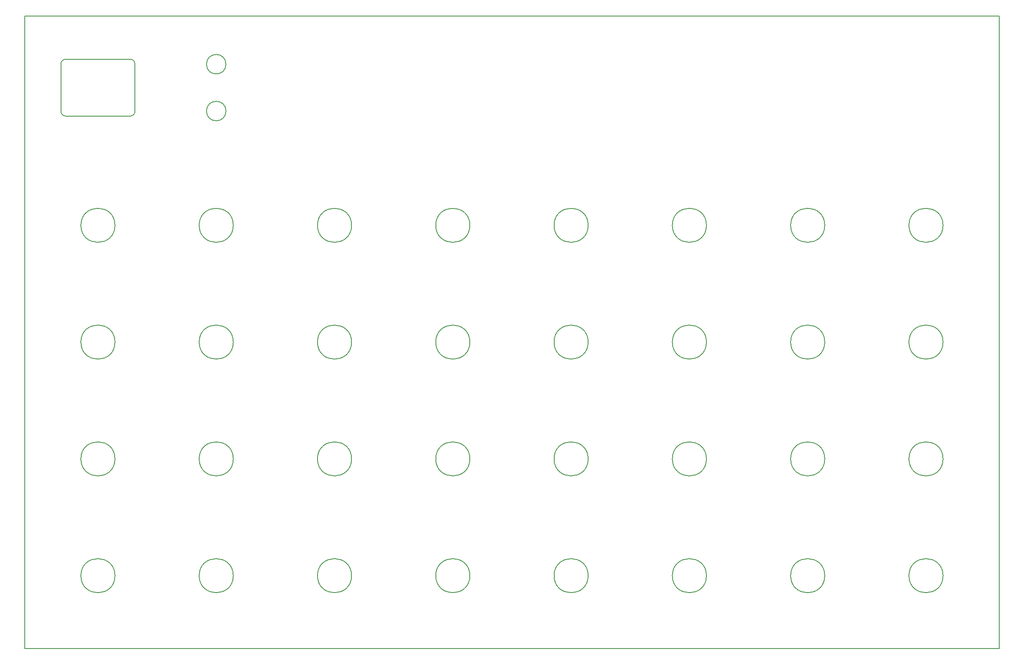
<source format=gbr>
G04 #@! TF.GenerationSoftware,KiCad,Pcbnew,(5.1.8-0-10_14)*
G04 #@! TF.CreationDate,2020-12-02T17:32:51+02:00*
G04 #@! TF.ProjectId,N32B_Top_panel_v1.3,4e333242-5f54-46f7-905f-70616e656c5f,rev?*
G04 #@! TF.SameCoordinates,Original*
G04 #@! TF.FileFunction,Profile,NP*
%FSLAX46Y46*%
G04 Gerber Fmt 4.6, Leading zero omitted, Abs format (unit mm)*
G04 Created by KiCad (PCBNEW (5.1.8-0-10_14)) date 2020-12-02 17:32:51*
%MOMM*%
%LPD*%
G01*
G04 APERTURE LIST*
G04 #@! TA.AperFunction,Profile*
%ADD10C,0.200000*%
G04 #@! TD*
G04 APERTURE END LIST*
D10*
X91256000Y-49501075D02*
G75*
G03*
X91256000Y-49501075I-2000000J0D01*
G01*
X91256000Y-39880002D02*
G75*
G03*
X91256000Y-39880002I-2000000J0D01*
G01*
X58370000Y-50546539D02*
G75*
G02*
X57370000Y-49546539I0J1000000D01*
G01*
X57370000Y-39834539D02*
X57370000Y-49546539D01*
X57370000Y-39834539D02*
G75*
G02*
X58370000Y-38834539I1000000J0D01*
G01*
X71569999Y-38834539D02*
X58370000Y-38834539D01*
X71570000Y-38834539D02*
G75*
G02*
X72570000Y-39834539I0J-1000000D01*
G01*
X72570000Y-49546539D02*
X72570000Y-39834539D01*
X72570000Y-49546540D02*
G75*
G02*
X71569999Y-50546539I-1000000J1D01*
G01*
X58370000Y-50546539D02*
X71569999Y-50546539D01*
X238470000Y-72980000D02*
G75*
G03*
X238470000Y-72980000I-3500000J0D01*
G01*
X214184285Y-72980000D02*
G75*
G03*
X214184285Y-72980000I-3500000J0D01*
G01*
X189898571Y-72980000D02*
G75*
G03*
X189898571Y-72980000I-3500000J0D01*
G01*
X165612857Y-72980000D02*
G75*
G03*
X165612857Y-72980000I-3500000J0D01*
G01*
X141327142Y-72980000D02*
G75*
G03*
X141327142Y-72980000I-3500000J0D01*
G01*
X117041428Y-72980000D02*
G75*
G03*
X117041428Y-72980000I-3500000J0D01*
G01*
X92755714Y-72980000D02*
G75*
G03*
X92755714Y-72980000I-3500000J0D01*
G01*
X68470000Y-72980000D02*
G75*
G03*
X68470000Y-72980000I-3500000J0D01*
G01*
X238470000Y-96980000D02*
G75*
G03*
X238470000Y-96980000I-3500000J0D01*
G01*
X214184285Y-96980000D02*
G75*
G03*
X214184285Y-96980000I-3500000J0D01*
G01*
X189898571Y-96980000D02*
G75*
G03*
X189898571Y-96980000I-3500000J0D01*
G01*
X165612857Y-96980000D02*
G75*
G03*
X165612857Y-96980000I-3500000J0D01*
G01*
X141327142Y-96980000D02*
G75*
G03*
X141327142Y-96980000I-3500000J0D01*
G01*
X117041428Y-96980000D02*
G75*
G03*
X117041428Y-96980000I-3500000J0D01*
G01*
X92755714Y-96980000D02*
G75*
G03*
X92755714Y-96980000I-3500000J0D01*
G01*
X68470000Y-96980000D02*
G75*
G03*
X68470000Y-96980000I-3500000J0D01*
G01*
X238470000Y-120980000D02*
G75*
G03*
X238470000Y-120980000I-3500000J0D01*
G01*
X214184285Y-120980000D02*
G75*
G03*
X214184285Y-120980000I-3500000J0D01*
G01*
X189898571Y-120980000D02*
G75*
G03*
X189898571Y-120980000I-3500000J0D01*
G01*
X165612857Y-120980000D02*
G75*
G03*
X165612857Y-120980000I-3500000J0D01*
G01*
X141327142Y-120980000D02*
G75*
G03*
X141327142Y-120980000I-3500000J0D01*
G01*
X117041428Y-120980000D02*
G75*
G03*
X117041428Y-120980000I-3500000J0D01*
G01*
X92755714Y-120980000D02*
G75*
G03*
X92755714Y-120980000I-3500000J0D01*
G01*
X68470000Y-120980000D02*
G75*
G03*
X68470000Y-120980000I-3500000J0D01*
G01*
X49970000Y-29980108D02*
X49970000Y-159979695D01*
X249969639Y-29980108D02*
X49970000Y-29980108D01*
X249969639Y-159979696D02*
X249969639Y-29980108D01*
X92755714Y-144980000D02*
G75*
G03*
X92755714Y-144980000I-3500000J0D01*
G01*
X68470000Y-144980000D02*
G75*
G03*
X68470000Y-144980000I-3500000J0D01*
G01*
X49970000Y-159979695D02*
X249969639Y-159979696D01*
X165612857Y-144980000D02*
G75*
G03*
X165612857Y-144980000I-3500000J0D01*
G01*
X141327142Y-144980000D02*
G75*
G03*
X141327142Y-144980000I-3500000J0D01*
G01*
X117041428Y-144980000D02*
G75*
G03*
X117041428Y-144980000I-3500000J0D01*
G01*
X238470000Y-144980000D02*
G75*
G03*
X238470000Y-144980000I-3500000J0D01*
G01*
X214184285Y-144980000D02*
G75*
G03*
X214184285Y-144980000I-3500000J0D01*
G01*
X189898571Y-144980000D02*
G75*
G03*
X189898571Y-144980000I-3500000J0D01*
G01*
M02*

</source>
